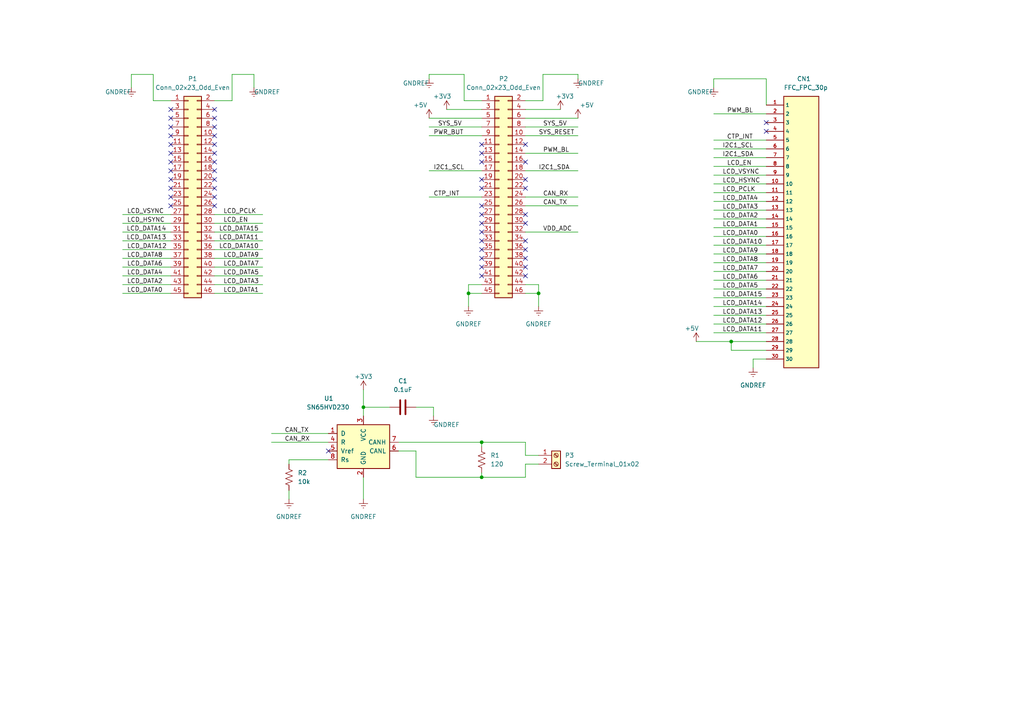
<source format=kicad_sch>
(kicad_sch (version 20211123) (generator eeschema)
  (paper "A4")
  (title_block (title "CTP Display and CANbus Custom Cape") (date "2024-05-01") (rev "revA") (comment 1 "Marvin Chang") (comment 2 "Drawn by:"))
  (lib_symbols
    (symbol "CTP_Display_CANbus_revA:+3V3" (power) (pin_numbers hide) (pin_names (offset 0) hide)
      (property "Value" "+3V3" (at 0 3.556 0))
      (symbol "+3V3_0_1"
        (polyline (pts (xy -0.762 1.27) (xy 0 2.54)))
        (polyline (pts (xy 0 0) (xy 0 2.54)))
        (polyline (pts (xy 0 2.54) (xy 0.762 1.27)))
      )
      (symbol "+3V3_1_1"
        (pin power_in line (at 0 0 90) (length 0) hide (name "+3V3") (number "1"))
      )
    )
    (symbol "CTP_Display_CANbus_revA:+5V" (power) (pin_numbers hide) (pin_names (offset 0) hide)
      (property "Value" "+5V" (at 0 3.556 0))
      (symbol "+5V_0_1"
        (polyline (pts (xy -0.762 1.27) (xy 0 2.54)))
        (polyline (pts (xy 0 0) (xy 0 2.54)))
        (polyline (pts (xy 0 2.54) (xy 0.762 1.27)))
      )
      (symbol "+5V_1_1"
        (pin power_in line (at 0 0 90) (length 0) hide (name "+5V") (number "1"))
      )
    )
    (symbol "CTP_Display_CANbus_revA:C" (pin_numbers hide) (pin_names (offset 0.254))
      (property "Reference" "C" (at 0.635 2.54 0))
      (property "Value" "C" (at 0.635 -2.54 0))
      (symbol "C_0_1"
        (polyline (pts (xy -2.032 -0.762) (xy 2.032 -0.762)) (stroke (width 0.508)))
        (polyline (pts (xy -2.032 0.762) (xy 2.032 0.762)) (stroke (width 0.508)))
      )
      (symbol "C_1_1"
        (pin passive line (at 0 3.81 270) (length 2.794) (name "~") (number "1"))
        (pin passive line (at 0 -3.81 90) (length 2.794) (name "~") (number "2"))
      )
    )
    (symbol "CTP_Display_CANbus_revA:Conn_02x23_Odd_Even" (pin_names (offset 1.016) hide)
      (property "Reference" "J" (at 1.27 30.48 0))
      (property "Value" "Conn_02x23_Odd_Even" (at 1.27 -30.48 0))
      (symbol "Conn_02x23_Odd_Even_1_1"
        (rectangle (start -1.27 -27.813) (end 0 -28.067) (stroke (width 0.1524)))
        (rectangle (start -1.27 -25.273) (end 0 -25.527) (stroke (width 0.1524)))
        (rectangle (start -1.27 -22.733) (end 0 -22.987) (stroke (width 0.1524)))
        (rectangle (start -1.27 -20.193) (end 0 -20.447) (stroke (width 0.1524)))
        (rectangle (start -1.27 -17.653) (end 0 -17.907) (stroke (width 0.1524)))
        (rectangle (start -1.27 -15.113) (end 0 -15.367) (stroke (width 0.1524)))
        (rectangle (start -1.27 -12.573) (end 0 -12.827) (stroke (width 0.1524)))
        (rectangle (start -1.27 -10.033) (end 0 -10.287) (stroke (width 0.1524)))
        (rectangle (start -1.27 -7.493) (end 0 -7.747) (stroke (width 0.1524)))
        (rectangle (start -1.27 -4.953) (end 0 -5.207) (stroke (width 0.1524)))
        (rectangle (start -1.27 -2.413) (end 0 -2.667) (stroke (width 0.1524)))
        (rectangle (start -1.27 0.127) (end 0 -0.127) (stroke (width 0.1524)))
        (rectangle (start -1.27 2.667) (end 0 2.413) (stroke (width 0.1524)))
        (rectangle (start -1.27 5.207) (end 0 4.953) (stroke (width 0.1524)))
        (rectangle (start -1.27 7.747) (end 0 7.493) (stroke (width 0.1524)))
        (rectangle (start -1.27 10.287) (end 0 10.033) (stroke (width 0.1524)))
        (rectangle (start -1.27 12.827) (end 0 12.573) (stroke (width 0.1524)))
        (rectangle (start -1.27 15.367) (end 0 15.113) (stroke (width 0.1524)))
        (rectangle (start -1.27 17.907) (end 0 17.653) (stroke (width 0.1524)))
        (rectangle (start -1.27 20.447) (end 0 20.193) (stroke (width 0.1524)))
        (rectangle (start -1.27 22.987) (end 0 22.733) (stroke (width 0.1524)))
        (rectangle (start -1.27 25.527) (end 0 25.273) (stroke (width 0.1524)))
        (rectangle (start -1.27 28.067) (end 0 27.813) (stroke (width 0.1524)))
        (rectangle (start -1.27 29.21) (end 3.81 -29.21) (stroke (width 0.254)) (fill (type background)))
        (rectangle (start 3.81 -27.813) (end 2.54 -28.067) (stroke (width 0.1524)))
        (rectangle (start 3.81 -25.273) (end 2.54 -25.527) (stroke (width 0.1524)))
        (rectangle (start 3.81 -22.733) (end 2.54 -22.987) (stroke (width 0.1524)))
        (rectangle (start 3.81 -20.193) (end 2.54 -20.447) (stroke (width 0.1524)))
        (rectangle (start 3.81 -17.653) (end 2.54 -17.907) (stroke (width 0.1524)))
        (rectangle (start 3.81 -15.113) (end 2.54 -15.367) (stroke (width 0.1524)))
        (rectangle (start 3.81 -12.573) (end 2.54 -12.827) (stroke (width 0.1524)))
        (rectangle (start 3.81 -10.033) (end 2.54 -10.287) (stroke (width 0.1524)))
        (rectangle (start 3.81 -7.493) (end 2.54 -7.747) (stroke (width 0.1524)))
        (rectangle (start 3.81 -4.953) (end 2.54 -5.207) (stroke (width 0.1524)))
        (rectangle (start 3.81 -2.413) (end 2.54 -2.667) (stroke (width 0.1524)))
        (rectangle (start 3.81 0.127) (end 2.54 -0.127) (stroke (width 0.1524)))
        (rectangle (start 3.81 2.667) (end 2.54 2.413) (stroke (width 0.1524)))
        (rectangle (start 3.81 5.207) (end 2.54 4.953) (stroke (width 0.1524)))
        (rectangle (start 3.81 7.747) (end 2.54 7.493) (stroke (width 0.1524)))
        (rectangle (start 3.81 10.287) (end 2.54 10.033) (stroke (width 0.1524)))
        (rectangle (start 3.81 12.827) (end 2.54 12.573) (stroke (width 0.1524)))
        (rectangle (start 3.81 15.367) (end 2.54 15.113) (stroke (width 0.1524)))
        (rectangle (start 3.81 17.907) (end 2.54 17.653) (stroke (width 0.1524)))
        (rectangle (start 3.81 20.447) (end 2.54 20.193) (stroke (width 0.1524)))
        (rectangle (start 3.81 22.987) (end 2.54 22.733) (stroke (width 0.1524)))
        (rectangle (start 3.81 25.527) (end 2.54 25.273) (stroke (width 0.1524)))
        (rectangle (start 3.81 28.067) (end 2.54 27.813) (stroke (width 0.1524)))
        (pin passive line (at -5.08 27.94 0) (length 3.81) (name "Pin_1") (number "1"))
        (pin passive line (at 7.62 17.78 180) (length 3.81) (name "Pin_10") (number "10"))
        (pin passive line (at -5.08 15.24 0) (length 3.81) (name "Pin_11") (number "11"))
        (pin passive line (at 7.62 15.24 180) (length 3.81) (name "Pin_12") (number "12"))
        (pin passive line (at -5.08 12.7 0) (length 3.81) (name "Pin_13") (number "13"))
        (pin passive line (at 7.62 12.7 180) (length 3.81) (name "Pin_14") (number "14"))
        (pin passive line (at -5.08 10.16 0) (length 3.81) (name "Pin_15") (number "15"))
        (pin passive line (at 7.62 10.16 180) (length 3.81) (name "Pin_16") (number "16"))
        (pin passive line (at -5.08 7.62 0) (length 3.81) (name "Pin_17") (number "17"))
        (pin passive line (at 7.62 7.62 180) (length 3.81) (name "Pin_18") (number "18"))
        (pin passive line (at -5.08 5.08 0) (length 3.81) (name "Pin_19") (number "19"))
        (pin passive line (at 7.62 27.94 180) (length 3.81) (name "Pin_2") (number "2"))
        (pin passive line (at 7.62 5.08 180) (length 3.81) (name "Pin_20") (number "20"))
        (pin passive line (at -5.08 2.54 0) (length 3.81) (name "Pin_21") (number "21"))
        (pin passive line (at 7.62 2.54 180) (length 3.81) (name "Pin_22") (number "22"))
        (pin passive line (at -5.08 0 0) (length 3.81) (name "Pin_23") (number "23"))
        (pin passive line (at 7.62 0 180) (length 3.81) (name "Pin_24") (number "24"))
        (pin passive line (at -5.08 -2.54 0) (length 3.81) (name "Pin_25") (number "25"))
        (pin passive line (at 7.62 -2.54 180) (length 3.81) (name "Pin_26") (number "26"))
        (pin passive line (at -5.08 -5.08 0) (length 3.81) (name "Pin_27") (number "27"))
        (pin passive line (at 7.62 -5.08 180) (length 3.81) (name "Pin_28") (number "28"))
        (pin passive line (at -5.08 -7.62 0) (length 3.81) (name "Pin_29") (number "29"))
        (pin passive line (at -5.08 25.4 0) (length 3.81) (name "Pin_3") (number "3"))
        (pin passive line (at 7.62 -7.62 180) (length 3.81) (name "Pin_30") (number "30"))
        (pin passive line (at -5.08 -10.16 0) (length 3.81) (name "Pin_31") (number "31"))
        (pin passive line (at 7.62 -10.16 180) (length 3.81) (name "Pin_32") (number "32"))
        (pin passive line (at -5.08 -12.7 0) (length 3.81) (name "Pin_33") (number "33"))
        (pin passive line (at 7.62 -12.7 180) (length 3.81) (name "Pin_34") (number "34"))
        (pin passive line (at -5.08 -15.24 0) (length 3.81) (name "Pin_35") (number "35"))
        (pin passive line (at 7.62 -15.24 180) (length 3.81) (name "Pin_36") (number "36"))
        (pin passive line (at -5.08 -17.78 0) (length 3.81) (name "Pin_37") (number "37"))
        (pin passive line (at 7.62 -17.78 180) (length 3.81) (name "Pin_38") (number "38"))
        (pin passive line (at -5.08 -20.32 0) (length 3.81) (name "Pin_39") (number "39"))
        (pin passive line (at 7.62 25.4 180) (length 3.81) (name "Pin_4") (number "4"))
        (pin passive line (at 7.62 -20.32 180) (length 3.81) (name "Pin_40") (number "40"))
        (pin passive line (at -5.08 -22.86 0) (length 3.81) (name "Pin_41") (number "41"))
        (pin passive line (at 7.62 -22.86 180) (length 3.81) (name "Pin_42") (number "42"))
        (pin passive line (at -5.08 -25.4 0) (length 3.81) (name "Pin_43") (number "43"))
        (pin passive line (at 7.62 -25.4 180) (length 3.81) (name "Pin_44") (number "44"))
        (pin passive line (at -5.08 -27.94 0) (length 3.81) (name "Pin_45") (number "45"))
        (pin passive line (at 7.62 -27.94 180) (length 3.81) (name "Pin_46") (number "46"))
        (pin passive line (at -5.08 22.86 0) (length 3.81) (name "Pin_5") (number "5"))
        (pin passive line (at 7.62 22.86 180) (length 3.81) (name "Pin_6") (number "6"))
        (pin passive line (at -5.08 20.32 0) (length 3.81) (name "Pin_7") (number "7"))
        (pin passive line (at 7.62 20.32 180) (length 3.81) (name "Pin_8") (number "8"))
        (pin passive line (at -5.08 17.78 0) (length 3.81) (name "Pin_9") (number "9"))
      )
    )
    (symbol "CTP_Display_CANbus_revA:FFC_FPC_30p"
      (property "Reference" "CN" (at -3.81 43.18 0))
      (property "Value" "FFC_FPC_30p" (at 0 40.64 0))
      (symbol "FFC_FPC_30p_0_0"
        (rectangle (start -5.08 -40.64) (end 5.08 38.1) (stroke (width 0.254)) (fill (type background)))
        (pin passive line (at -10.16 35.56 0) (length 5.08) (name "1") (number "1"))
        (pin passive line (at -10.16 12.7 0) (length 5.08) (name "10") (number "10"))
        (pin passive line (at -10.16 10.16 0) (length 5.08) (name "11") (number "11"))
        (pin passive line (at -10.16 7.62 0) (length 5.08) (name "12") (number "12"))
        (pin passive line (at -10.16 5.08 0) (length 5.08) (name "13") (number "13"))
        (pin passive line (at -10.16 2.54 0) (length 5.08) (name "14") (number "14"))
        (pin passive line (at -10.16 0 0) (length 5.08) (name "15") (number "15"))
        (pin passive line (at -10.16 -2.54 0) (length 5.08) (name "16") (number "16"))
        (pin passive line (at -10.16 -5.08 0) (length 5.08) (name "17") (number "17"))
        (pin passive line (at -10.16 -7.62 0) (length 5.08) (name "18") (number "18"))
        (pin passive line (at -10.16 -10.16 0) (length 5.08) (name "19") (number "19"))
        (pin passive line (at -10.16 33.02 0) (length 5.08) (name "2") (number "2"))
        (pin passive line (at -10.16 -12.7 0) (length 5.08) (name "20") (number "20"))
        (pin passive line (at -10.16 -15.24 0) (length 5.08) (name "21") (number "21"))
        (pin passive line (at -10.16 -17.78 0) (length 5.08) (name "22") (number "22"))
        (pin passive line (at -10.16 -20.32 0) (length 5.08) (name "23") (number "23"))
        (pin passive line (at -10.16 -22.86 0) (length 5.08) (name "24") (number "24"))
        (pin passive line (at -10.16 -25.4 0) (length 5.08) (name "25") (number "25"))
        (pin passive line (at -10.16 -27.94 0) (length 5.08) (name "26") (number "26"))
        (pin passive line (at -10.16 -30.48 0) (length 5.08) (name "27") (number "27"))
        (pin passive line (at -10.16 -33.02 0) (length 5.08) (name "28") (number "28"))
        (pin passive line (at -10.16 -35.56 0) (length 5.08) (name "29") (number "29"))
        (pin passive line (at -10.16 30.48 0) (length 5.08) (name "3") (number "3"))
        (pin passive line (at -10.16 -38.1 0) (length 5.08) (name "30") (number "30"))
        (pin passive line (at -10.16 27.94 0) (length 5.08) (name "4") (number "4"))
        (pin passive line (at -10.16 25.4 0) (length 5.08) (name "5") (number "5"))
        (pin passive line (at -10.16 22.86 0) (length 5.08) (name "6") (number "6"))
        (pin passive line (at -10.16 20.32 0) (length 5.08) (name "7") (number "7"))
        (pin passive line (at -10.16 17.78 0) (length 5.08) (name "8") (number "8"))
        (pin passive line (at -10.16 15.24 0) (length 5.08) (name "9") (number "9"))
      )
    )
    (symbol "CTP_Display_CANbus_revA:GND" (power) (pin_numbers hide) (pin_names (offset 0) hide)
      (property "Value" "GND" (at 0 -3.81 0))
      (symbol "GND_0_1"
        (polyline (pts (xy -0.635 -1.905) (xy 0.635 -1.905)))
        (polyline (pts (xy -0.127 -2.54) (xy 0.127 -2.54)))
        (polyline (pts (xy 0 -1.27) (xy 0 0)))
        (polyline (pts (xy 1.27 -1.27) (xy -1.27 -1.27)))
      )
      (symbol "GND_1_1"
        (pin power_in line (at 0 0 270) (length 0) hide (name "GNDREF") (number "1"))
      )
    )
    (symbol "CTP_Display_CANbus_revA:R_US" (pin_numbers hide) (pin_names (offset 0))
      (property "Reference" "R" (at 2.54 0 90))
      (property "Value" "R_US" (at -2.54 0 90))
      (symbol "R_US_0_1"
        (polyline (pts (xy 0 -2.286) (xy 0 -2.54)))
        (polyline (pts (xy 0 2.286) (xy 0 2.54)))
        (polyline (pts (xy 0 -0.762) (xy 1.016 -1.143) (xy 0 -1.524) (xy -1.016 -1.905) (xy 0 -2.286)))
        (polyline (pts (xy 0 0.762) (xy 1.016 0.381) (xy 0 0) (xy -1.016 -0.381) (xy 0 -0.762)))
        (polyline (pts (xy 0 2.286) (xy 1.016 1.905) (xy 0 1.524) (xy -1.016 1.143) (xy 0 0.762)))
      )
      (symbol "R_US_1_1"
        (pin passive line (at 0 3.81 270) (length 1.27) (name "~") (number "1"))
        (pin passive line (at 0 -3.81 90) (length 1.27) (name "~") (number "2"))
      )
    )
    (symbol "CTP_Display_CANbus_revA:SN65HVD230" (pin_names (offset 1.016))
      (property "Reference" "U" (at -2.54 10.16 0))
      (property "Value" "SN65HVD230" (at -2.54 7.62 0))
      (symbol "SN65HVD230_0_1"
        (rectangle (start -7.62 5.08) (end 7.62 -7.62) (stroke (width 0.254)) (fill (type background)))
      )
      (symbol "SN65HVD230_1_1"
        (pin input line (at -10.16 2.54 0) (length 2.54) (name "D") (number "1"))
        (pin power_in line (at 0 -10.16 90) (length 2.54) (name "GND") (number "2"))
        (pin power_in line (at 0 7.62 270) (length 2.54) (name "VCC") (number "3"))
        (pin output line (at -10.16 0 0) (length 2.54) (name "R") (number "4"))
        (pin output line (at -10.16 -2.54 0) (length 2.54) (name "Vref") (number "5"))
        (pin bidirectional line (at 10.16 -2.54 180) (length 2.54) (name "CANL") (number "6"))
        (pin bidirectional line (at 10.16 0 180) (length 2.54) (name "CANH") (number "7"))
        (pin input line (at -10.16 -5.08 0) (length 2.54) (name "Rs") (number "8"))
      )
    )
    (symbol "CTP_Display_CANbus_revA:Screw_Terminal_01x02" (pin_names (offset 1.016) hide)
      (property "Reference" "J" (at 0 2.54 0))
      (property "Value" "Screw_Terminal_01x02" (at 0 -5.08 0))
      (symbol "Screw_Terminal_01x02_1_1"
        (rectangle (start -1.27 1.27) (end 1.27 -3.81) (stroke (width 0.254)) (fill (type background)))
        (circle (center 0 -2.54) (radius 0.635) (stroke (width 0.1524)))
        (polyline (pts (xy -0.5334 -2.2098) (xy 0.3302 -3.048)) (stroke (width 0.1524)))
        (polyline (pts (xy -0.5334 0.3302) (xy 0.3302 -0.508)) (stroke (width 0.1524)))
        (polyline (pts (xy -0.3556 -2.032) (xy 0.508 -2.8702)) (stroke (width 0.1524)))
        (polyline (pts (xy -0.3556 0.508) (xy 0.508 -0.3302)) (stroke (width 0.1524)))
        (circle (center 0 0) (radius 0.635) (stroke (width 0.1524)))
        (pin passive line (at -5.08 0 0) (length 3.81) (name "Pin_1") (number "1"))
        (pin passive line (at -5.08 -2.54 0) (length 3.81) (name "Pin_2") (number "2"))
      )
    )
  )
  (junction (at 156.21 85.09))
  (junction (at 135.89 85.09))
  (junction (at 105.41 118.11))
  (junction (at 139.7 138.43))
  (junction (at 139.7 128.27))
  (junction (at 212.09 99.06))
  (no_connect (at 139.7 52.07))
  (no_connect (at 139.7 41.91))
  (no_connect (at 139.7 69.85))
  (no_connect (at 49.53 52.07))
  (no_connect (at 62.23 59.69))
  (no_connect (at 49.53 49.53))
  (no_connect (at 62.23 49.53))
  (no_connect (at 152.4 69.85))
  (no_connect (at 139.7 46.99))
  (no_connect (at 152.4 41.91))
  (no_connect (at 152.4 74.93))
  (no_connect (at 62.23 54.61))
  (no_connect (at 49.53 59.69))
  (no_connect (at 139.7 62.23))
  (no_connect (at 62.23 31.75))
  (no_connect (at 152.4 46.99))
  (no_connect (at 139.7 74.93))
  (no_connect (at 49.53 44.45))
  (no_connect (at 49.53 31.75))
  (no_connect (at 49.53 36.83))
  (no_connect (at 49.53 34.29))
  (no_connect (at 49.53 54.61))
  (no_connect (at 139.7 67.31))
  (no_connect (at 152.4 80.01))
  (no_connect (at 152.4 62.23))
  (no_connect (at 62.23 34.29))
  (no_connect (at 139.7 80.01))
  (no_connect (at 139.7 72.39))
  (no_connect (at 152.4 54.61))
  (no_connect (at 62.23 44.45))
  (no_connect (at 152.4 52.07))
  (no_connect (at 62.23 39.37))
  (no_connect (at 152.4 77.47))
  (no_connect (at 139.7 77.47))
  (no_connect (at 95.25 130.81))
  (no_connect (at 139.7 54.61))
  (no_connect (at 62.23 36.83))
  (no_connect (at 139.7 64.77))
  (no_connect (at 49.53 41.91))
  (no_connect (at 62.23 46.99))
  (no_connect (at 139.7 59.69))
  (no_connect (at 62.23 57.15))
  (no_connect (at 62.23 41.91))
  (no_connect (at 62.23 52.07))
  (no_connect (at 49.53 46.99))
  (no_connect (at 152.4 72.39))
  (no_connect (at 222.25 38.1))
  (no_connect (at 49.53 39.37))
  (no_connect (at 49.53 57.15))
  (no_connect (at 152.4 64.77))
  (no_connect (at 222.25 35.56))
  (no_connect (at 139.7 44.45))
  (wire (pts (xy 120.65 130.81) (xy 120.65 138.43)))
  (wire (pts (xy 115.57 130.81) (xy 120.65 130.81)))
  (wire (pts (xy 152.4 49.53) (xy 167.64 49.53)))
  (wire (pts (xy 222.25 101.6) (xy 212.09 101.6)))
  (wire (pts (xy 152.4 29.21) (xy 157.48 29.21)))
  (wire (pts (xy 207.01 78.74) (xy 222.25 78.74)))
  (wire (pts (xy 156.21 134.62) (xy 152.4 134.62)))
  (wire (pts (xy 135.89 85.09) (xy 135.89 88.9)))
  (wire (pts (xy 156.21 82.55) (xy 156.21 85.09)))
  (wire (pts (xy 62.23 72.39) (xy 76.2 72.39)))
  (wire (pts (xy 105.41 113.03) (xy 105.41 118.11)))
  (wire (pts (xy 49.53 29.21) (xy 44.45 29.21)))
  (wire (pts (xy 222.25 22.86) (xy 207.01 22.86)))
  (wire (pts (xy 222.25 104.14) (xy 218.44 104.14)))
  (wire (pts (xy 62.23 67.31) (xy 76.2 67.31)))
  (wire (pts (xy 139.7 138.43) (xy 139.7 137.16)))
  (wire (pts (xy 83.82 142.24) (xy 83.82 144.78)))
  (wire (pts (xy 139.7 85.09) (xy 135.89 85.09)))
  (wire (pts (xy 83.82 134.62) (xy 83.82 133.35)))
  (wire (pts (xy 35.56 77.47) (xy 49.53 77.47)))
  (wire (pts (xy 207.01 22.86) (xy 207.01 25.4)))
  (wire (pts (xy 139.7 31.75) (xy 129.54 31.75)))
  (wire (pts (xy 207.01 63.5) (xy 222.25 63.5)))
  (wire (pts (xy 62.23 64.77) (xy 76.2 64.77)))
  (wire (pts (xy 152.4 134.62) (xy 152.4 138.43)))
  (wire (pts (xy 152.4 36.83) (xy 167.64 36.83)))
  (wire (pts (xy 156.21 132.08) (xy 152.4 132.08)))
  (wire (pts (xy 135.89 82.55) (xy 135.89 85.09)))
  (wire (pts (xy 207.01 76.2) (xy 222.25 76.2)))
  (wire (pts (xy 115.57 128.27) (xy 139.7 128.27)))
  (wire (pts (xy 62.23 85.09) (xy 76.2 85.09)))
  (wire (pts (xy 67.31 21.59) (xy 73.66 21.59)))
  (wire (pts (xy 222.25 30.48) (xy 222.25 22.86)))
  (wire (pts (xy 207.01 55.88) (xy 222.25 55.88)))
  (wire (pts (xy 157.48 29.21) (xy 157.48 21.59)))
  (wire (pts (xy 207.01 66.04) (xy 222.25 66.04)))
  (wire (pts (xy 105.41 120.65) (xy 105.41 118.11)))
  (wire (pts (xy 62.23 29.21) (xy 67.31 29.21)))
  (wire (pts (xy 139.7 82.55) (xy 135.89 82.55)))
  (wire (pts (xy 62.23 69.85) (xy 76.2 69.85)))
  (wire (pts (xy 156.21 85.09) (xy 156.21 88.9)))
  (wire (pts (xy 35.56 69.85) (xy 49.53 69.85)))
  (wire (pts (xy 62.23 74.93) (xy 76.2 74.93)))
  (wire (pts (xy 134.62 29.21) (xy 134.62 21.59)))
  (wire (pts (xy 152.4 82.55) (xy 156.21 82.55)))
  (wire (pts (xy 120.65 138.43) (xy 139.7 138.43)))
  (wire (pts (xy 83.82 133.35) (xy 95.25 133.35)))
  (wire (pts (xy 125.73 118.11) (xy 125.73 120.65)))
  (wire (pts (xy 157.48 21.59) (xy 167.64 21.59)))
  (wire (pts (xy 124.46 21.59) (xy 124.46 22.86)))
  (wire (pts (xy 62.23 80.01) (xy 76.2 80.01)))
  (wire (pts (xy 207.01 91.44) (xy 222.25 91.44)))
  (wire (pts (xy 207.01 88.9) (xy 222.25 88.9)))
  (wire (pts (xy 212.09 99.06) (xy 222.25 99.06)))
  (wire (pts (xy 35.56 74.93) (xy 49.53 74.93)))
  (wire (pts (xy 105.41 138.43) (xy 105.41 144.78)))
  (wire (pts (xy 207.01 81.28) (xy 222.25 81.28)))
  (wire (pts (xy 207.01 58.42) (xy 222.25 58.42)))
  (wire (pts (xy 105.41 118.11) (xy 113.03 118.11)))
  (wire (pts (xy 120.65 118.11) (xy 125.73 118.11)))
  (wire (pts (xy 35.56 67.31) (xy 49.53 67.31)))
  (wire (pts (xy 207.01 45.72) (xy 222.25 45.72)))
  (wire (pts (xy 78.74 128.27) (xy 95.25 128.27)))
  (wire (pts (xy 207.01 50.8) (xy 222.25 50.8)))
  (wire (pts (xy 212.09 101.6) (xy 212.09 99.06)))
  (wire (pts (xy 152.4 44.45) (xy 167.64 44.45)))
  (wire (pts (xy 35.56 85.09) (xy 49.53 85.09)))
  (wire (pts (xy 124.46 39.37) (xy 139.7 39.37)))
  (wire (pts (xy 38.1 21.59) (xy 38.1 25.4)))
  (wire (pts (xy 207.01 71.12) (xy 222.25 71.12)))
  (wire (pts (xy 35.56 62.23) (xy 49.53 62.23)))
  (wire (pts (xy 218.44 104.14) (xy 218.44 106.68)))
  (wire (pts (xy 207.01 40.64) (xy 222.25 40.64)))
  (wire (pts (xy 207.01 33.02) (xy 222.25 33.02)))
  (wire (pts (xy 124.46 36.83) (xy 139.7 36.83)))
  (wire (pts (xy 207.01 43.18) (xy 222.25 43.18)))
  (wire (pts (xy 207.01 83.82) (xy 222.25 83.82)))
  (wire (pts (xy 67.31 29.21) (xy 67.31 21.59)))
  (wire (pts (xy 152.4 128.27) (xy 139.7 128.27)))
  (wire (pts (xy 207.01 86.36) (xy 222.25 86.36)))
  (wire (pts (xy 152.4 34.29) (xy 167.64 34.29)))
  (wire (pts (xy 62.23 77.47) (xy 76.2 77.47)))
  (wire (pts (xy 139.7 29.21) (xy 134.62 29.21)))
  (wire (pts (xy 152.4 57.15) (xy 167.64 57.15)))
  (wire (pts (xy 78.74 125.73) (xy 95.25 125.73)))
  (wire (pts (xy 207.01 68.58) (xy 222.25 68.58)))
  (wire (pts (xy 139.7 128.27) (xy 139.7 129.54)))
  (wire (pts (xy 139.7 138.43) (xy 152.4 138.43)))
  (wire (pts (xy 152.4 67.31) (xy 167.64 67.31)))
  (wire (pts (xy 35.56 72.39) (xy 49.53 72.39)))
  (wire (pts (xy 152.4 59.69) (xy 167.64 59.69)))
  (wire (pts (xy 167.64 21.59) (xy 167.64 22.86)))
  (wire (pts (xy 207.01 93.98) (xy 222.25 93.98)))
  (wire (pts (xy 207.01 60.96) (xy 222.25 60.96)))
  (wire (pts (xy 35.56 82.55) (xy 49.53 82.55)))
  (wire (pts (xy 62.23 82.55) (xy 76.2 82.55)))
  (wire (pts (xy 207.01 53.34) (xy 222.25 53.34)))
  (wire (pts (xy 44.45 21.59) (xy 38.1 21.59)))
  (wire (pts (xy 44.45 29.21) (xy 44.45 21.59)))
  (wire (pts (xy 152.4 132.08) (xy 152.4 128.27)))
  (wire (pts (xy 124.46 21.59) (xy 134.62 21.59)))
  (wire (pts (xy 124.46 34.29) (xy 139.7 34.29)))
  (wire (pts (xy 124.46 57.15) (xy 139.7 57.15)))
  (wire (pts (xy 124.46 49.53) (xy 139.7 49.53)))
  (wire (pts (xy 207.01 73.66) (xy 222.25 73.66)))
  (wire (pts (xy 152.4 31.75) (xy 162.56 31.75)))
  (wire (pts (xy 207.01 48.26) (xy 222.25 48.26)))
  (wire (pts (xy 73.66 21.59) (xy 73.66 25.4)))
  (wire (pts (xy 35.56 64.77) (xy 49.53 64.77)))
  (wire (pts (xy 152.4 39.37) (xy 167.64 39.37)))
  (wire (pts (xy 207.01 96.52) (xy 222.25 96.52)))
  (wire (pts (xy 201.93 99.06) (xy 212.09 99.06)))
  (wire (pts (xy 62.23 62.23) (xy 76.2 62.23)))
  (wire (pts (xy 35.56 80.01) (xy 49.53 80.01)))
  (wire (pts (xy 152.4 85.09) (xy 156.21 85.09)))
  (label "LCD_DATA2" (at 209.55 63.5 0))
  (label "LCD_DATA15" (at 209.55 86.36 0))
  (label "LCD_PCLK" (at 64.77 62.23 0))
  (label "LCD_DATA11" (at 209.55 96.52 0))
  (label "PWR_BUT" (at 125.73 39.37 0))
  (label "LCD_DATA6" (at 36.83 77.47 0))
  (label "LCD_DATA12" (at 209.55 93.98 0))
  (label "SYS_RESET" (at 156.21 39.37 0))
  (label "SYS_5V" (at 157.48 36.83 0))
  (label "LCD_VSYNC" (at 36.83 62.23 0))
  (label "LCD_DATA12" (at 36.83 72.39 0))
  (label "LCD_DATA1" (at 64.77 85.09 0))
  (label "I2C1_SCL" (at 209.55 43.18 0))
  (label "LCD_DATA9" (at 64.77 74.93 0))
  (label "LCD_DATA1" (at 209.55 66.04 0))
  (label "I2C1_SDA" (at 209.55 45.72 0))
  (label "LCD_DATA13" (at 209.55 91.44 0))
  (label "LCD_DATA2" (at 36.83 82.55 0))
  (label "LCD_DATA0" (at 209.55 68.58 0))
  (label "LCD_EN" (at 64.77 64.77 0))
  (label "LCD_DATA14" (at 48.26 67.31 180))
  (label "LCD_DATA3" (at 64.77 82.55 0))
  (label "VDD_ADC" (at 157.48 67.31 0))
  (label "SYS_5V" (at 127 36.83 0))
  (label "LCD_DATA9" (at 209.55 73.66 0))
  (label "LCD_DATA5" (at 209.55 83.82 0))
  (label "LCD_DATA7" (at 64.77 77.47 0))
  (label "LCD_EN" (at 210.82 48.26 0))
  (label "LCD_DATA5" (at 64.77 80.01 0))
  (label "LCD_DATA4" (at 36.83 80.01 0))
  (label "LCD_DATA10" (at 209.55 71.12 0))
  (label "LCD_DATA15" (at 63.5 67.31 0))
  (label "LCD_DATA13" (at 48.26 69.85 180))
  (label "LCD_DATA3" (at 209.55 60.96 0))
  (label "CAN_TX" (at 157.48 59.69 0))
  (label "LCD_PCLK" (at 209.55 55.88 0))
  (label "LCD_DATA14" (at 209.55 88.9 0))
  (label "CAN_TX" (at 82.55 125.73 0))
  (label "LCD_HSYNC" (at 209.55 53.34 0))
  (label "LCD_DATA10" (at 63.5 72.39 0))
  (label "I2C1_SDA" (at 156.21 49.53 0))
  (label "LCD_DATA8" (at 209.55 76.2 0))
  (label "CTP_INT" (at 210.82 40.64 0))
  (label "I2C1_SCL" (at 125.73 49.53 0))
  (label "CAN_RX" (at 82.55 128.27 0))
  (label "PWM_BL" (at 210.82 33.02 0))
  (label "LCD_VSYNC" (at 209.55 50.8 0))
  (label "LCD_HSYNC" (at 36.83 64.77 0))
  (label "LCD_DATA0" (at 36.83 85.09 0))
  (label "LCD_DATA4" (at 209.55 58.42 0))
  (label "LCD_DATA6" (at 209.55 81.28 0))
  (label "CAN_RX" (at 157.48 57.15 0))
  (label "PWM_BL" (at 157.48 44.45 0))
  (label "LCD_DATA8" (at 36.83 74.93 0))
  (label "CTP_INT" (at 125.73 57.15 0))
  (label "LCD_DATA7" (at 209.55 78.74 0))
  (label "LCD_DATA11" (at 63.5 69.85 0))
  (symbol (lib_id "CTP_Display_CANbus_revA:GND") (at 38.1 25.4 0) (unit 1)
    (property "Reference" "#PWR01" (effects hide))
    (property "Value" "GND" (at 34.29 26.67 0))
  )
  (symbol (lib_id "CTP_Display_CANbus_revA:+3V3") (at 105.41 113.03 0) (unit 1)
    (property "Reference" "#PWR016" (effects hide))
    (property "Value" "+3V3" (at 105.41 109.22 0))
  )
  (symbol (lib_id "CTP_Display_CANbus_revA:R_US") (at 83.82 138.43 0) (unit 1)
    (property "Reference" "R2" (at 86.36 137.1599 0) (effects (justify left)))
    (property "Value" "10k" (at 86.36 139.6999 0) (effects (justify left)))
    (property "Footprint" "CTP_Display_CANbus_revA:R_0603_1608Metric_Pad0.98x0.95mm_HandSolder" (effects hide))
  )
  (symbol (lib_id "CTP_Display_CANbus_revA:GND") (at 207.01 25.4 0) (unit 1)
    (property "Reference" "#PWR013" (effects hide))
    (property "Value" "GND" (at 203.2 26.67 0))
  )
  (symbol (lib_id "CTP_Display_CANbus_revA:GND") (at 124.46 22.86 0) (unit 1)
    (property "Reference" "#PWR04" (effects hide))
    (property "Value" "GND" (at 120.65 24.13 0))
  )
  (symbol (lib_id "CTP_Display_CANbus_revA:GND") (at 218.44 106.68 0) (unit 1)
    (property "Reference" "#PWR014" (effects hide))
    (property "Value" "GND" (at 218.44 111.76 0))
  )
  (symbol (lib_id "CTP_Display_CANbus_revA:Screw_Terminal_01x02") (at 161.29 132.08 0) (unit 1)
    (property "Reference" "P3" (at 163.83 132.0799 0) (effects (justify left)))
    (property "Value" "Screw_Terminal_01x02" (at 163.83 134.6199 0) (effects (justify left)))
    (property "Footprint" "CTP_Display_CANbus_revA:TERM_BLK_2P_5MM_HORIZONTAL" (effects hide))
  )
  (symbol (lib_id "CTP_Display_CANbus_revA:C") (at 116.84 118.11 90) (unit 1)
    (property "Reference" "C1" (at 116.84 110.49 90))
    (property "Value" "0.1uF" (at 116.84 113.03 90))
    (property "Footprint" "CTP_Display_CANbus_revA:C_0603_1608Metric" (effects hide))
  )
  (symbol (lib_id "CTP_Display_CANbus_revA:+5V") (at 201.93 99.06 0) (unit 1)
    (property "Reference" "#PWR012" (effects hide))
    (property "Value" "+5V" (at 200.66 95.25 0))
  )
  (symbol (lib_id "CTP_Display_CANbus_revA:+3V3") (at 162.56 31.75 0) (unit 1)
    (property "Reference" "#PWR09" (effects hide))
    (property "Value" "+3V3" (at 163.83 27.94 0))
  )
  (symbol (lib_id "CTP_Display_CANbus_revA:SN65HVD230") (at 105.41 128.27 0) (unit 1)
    (property "Reference" "U1" (at 93.98 115.57 0) (effects (justify left)))
    (property "Value" "SN65HVD230" (at 88.9 118.11 0) (effects (justify left)))
    (property "Footprint" "CTP_Display_CANbus_revA:SOIC-8_3.9x4.9mm_P1.27mm" (effects hide))
    (property "Datasheet" "http://www.ti.com/lit/ds/symlink/sn65hvd230.pdf" (effects hide))
  )
  (symbol (lib_id "CTP_Display_CANbus_revA:+3V3") (at 129.54 31.75 0) (unit 1)
    (property "Reference" "#PWR06" (effects hide))
    (property "Value" "+3V3" (at 128.27 27.94 0))
  )
  (symbol (lib_id "CTP_Display_CANbus_revA:R_US") (at 139.7 133.35 0) (unit 1)
    (property "Reference" "R1" (at 142.24 132.0799 0) (effects (justify left)))
    (property "Value" "120" (at 142.24 134.6199 0) (effects (justify left)))
    (property "Footprint" "CTP_Display_CANbus_revA:R_0603_1608Metric_Pad0.98x0.95mm_HandSolder" (effects hide))
  )
  (symbol (lib_id "CTP_Display_CANbus_revA:GND") (at 167.64 22.86 0) (unit 1)
    (property "Reference" "#PWR010" (effects hide))
    (property "Value" "GND" (at 171.45 24.13 0))
  )
  (symbol (lib_id "CTP_Display_CANbus_revA:Conn_02x23_Odd_Even") (at 144.78 57.15 0) (unit 1)
    (property "Reference" "P2" (at 146.05 22.86 0))
    (property "Value" "Conn_02x23_Odd_Even" (at 146.05 25.4 0))
    (property "Footprint" "CTP_Display_CANbus_revA:HEADER_2X23_P2.54MM" (effects hide))
  )
  (symbol (lib_id "CTP_Display_CANbus_revA:GND") (at 105.41 144.78 0) (unit 1)
    (property "Reference" "#PWR03" (effects hide))
    (property "Value" "GND" (at 105.41 149.86 0))
  )
  (symbol (lib_id "CTP_Display_CANbus_revA:GND") (at 135.89 88.9 0) (unit 1)
    (property "Reference" "#PWR07" (effects hide))
    (property "Value" "GND" (at 135.89 93.98 0))
  )
  (symbol (lib_id "CTP_Display_CANbus_revA:FFC_FPC_30p") (at 232.41 66.04 0) (unit 1)
    (property "Reference" "CN1" (at 231.14 22.86 0) (effects (justify left)))
    (property "Value" "FFC_FPC_30p" (at 227.33 25.4 0) (effects (justify left)))
    (property "Footprint" "CTP_Display_CANbus_revA:AMPHENOL_F32Q-1A7H1-11030" (effects hide))
  )
  (symbol (lib_id "CTP_Display_CANbus_revA:Conn_02x23_Odd_Even") (at 54.61 57.15 0) (unit 1)
    (property "Reference" "P1" (at 55.88 22.86 0))
    (property "Value" "Conn_02x23_Odd_Even" (at 55.88 25.4 0))
    (property "Footprint" "CTP_Display_CANbus_revA:HEADER_2X23_P2.54MM" (effects hide))
  )
  (symbol (lib_id "CTP_Display_CANbus_revA:GND") (at 83.82 144.78 0) (unit 1)
    (property "Reference" "#PWR015" (effects hide))
    (property "Value" "GND" (at 83.82 149.86 0))
  )
  (symbol (lib_id "CTP_Display_CANbus_revA:GND") (at 73.66 25.4 0) (unit 1)
    (property "Reference" "#PWR02" (effects hide))
    (property "Value" "GND" (at 77.47 26.67 0))
  )
  (symbol (lib_id "CTP_Display_CANbus_revA:+5V") (at 124.46 34.29 0) (unit 1)
    (property "Reference" "#PWR05" (effects hide))
    (property "Value" "+5V" (at 121.92 30.48 0))
  )
  (symbol (lib_id "CTP_Display_CANbus_revA:GND") (at 156.21 88.9 0) (unit 1)
    (property "Reference" "#PWR08" (effects hide))
    (property "Value" "GND" (at 156.21 93.98 0))
  )
  (symbol (lib_id "CTP_Display_CANbus_revA:GND") (at 125.73 120.65 0) (unit 1)
    (property "Reference" "#PWR017" (effects hide))
    (property "Value" "GND" (at 129.54 123.19 0))
  )
  (symbol (lib_id "CTP_Display_CANbus_revA:+5V") (at 167.64 34.29 0) (unit 1)
    (property "Reference" "#PWR011" (effects hide))
    (property "Value" "+5V" (at 170.18 30.48 0))
  )
)
</source>
